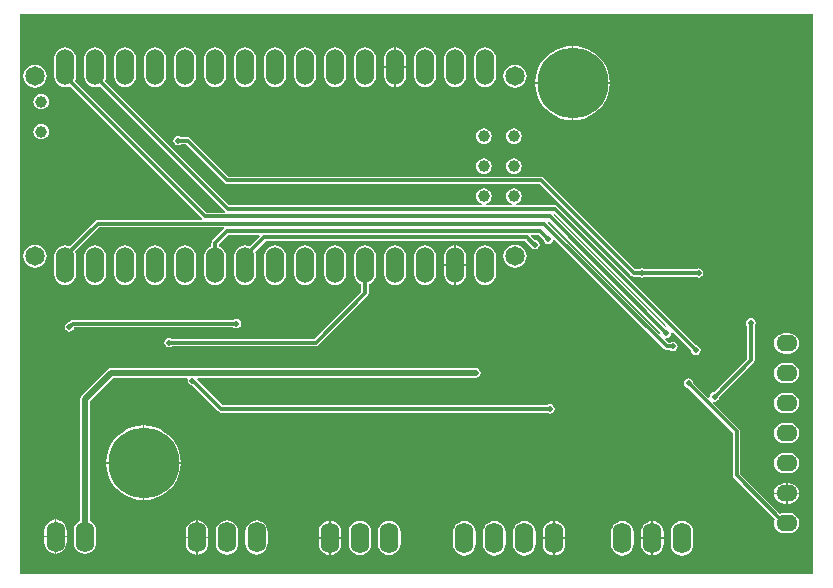
<source format=gbl>
G04*
G04 #@! TF.GenerationSoftware,Altium Limited,Altium Designer,21.6.4 (81)*
G04*
G04 Layer_Physical_Order=2*
G04 Layer_Color=16711680*
%FSLAX44Y44*%
%MOMM*%
G71*
G04*
G04 #@! TF.SameCoordinates,26D0E7B3-AAE4-4812-B184-49AD84F33247*
G04*
G04*
G04 #@! TF.FilePolarity,Positive*
G04*
G01*
G75*
%ADD40C,6.0000*%
%ADD41C,0.3000*%
%ADD42C,0.5000*%
%ADD43O,1.8000X1.4000*%
%ADD44O,1.5240X3.0480*%
%ADD45C,1.6510*%
%ADD46C,1.0000*%
%ADD47O,1.6000X2.6000*%
%ADD48C,0.5000*%
G36*
X673451Y475451D02*
X673451Y1549D01*
X1549Y1549D01*
X1549Y475451D01*
X673451Y475451D01*
D02*
G37*
%LPC*%
G36*
X319950Y447340D02*
Y431370D01*
X328399D01*
Y438240D01*
X328085Y440621D01*
X327166Y442839D01*
X325704Y444744D01*
X323799Y446206D01*
X321581Y447125D01*
X319950Y447340D01*
D02*
G37*
G36*
X318450D02*
X316819Y447125D01*
X314601Y446206D01*
X312696Y444744D01*
X311234Y442839D01*
X310315Y440621D01*
X310001Y438240D01*
Y431370D01*
X318450D01*
Y447340D01*
D02*
G37*
G36*
X470250Y448788D02*
Y418000D01*
X501038D01*
X500708Y422193D01*
X499551Y427014D01*
X497654Y431595D01*
X495063Y435822D01*
X491843Y439593D01*
X488073Y442813D01*
X483845Y445404D01*
X479264Y447301D01*
X474443Y448458D01*
X470250Y448788D01*
D02*
G37*
G36*
X468750D02*
X464557Y448458D01*
X459736Y447301D01*
X455155Y445404D01*
X450928Y442813D01*
X447157Y439593D01*
X443937Y435822D01*
X441347Y431595D01*
X439449Y427014D01*
X438292Y422193D01*
X437962Y418000D01*
X468750D01*
Y448788D01*
D02*
G37*
G36*
X328399Y429870D02*
X319950D01*
Y413900D01*
X321581Y414115D01*
X323799Y415034D01*
X325704Y416496D01*
X327166Y418401D01*
X328085Y420619D01*
X328399Y423000D01*
Y429870D01*
D02*
G37*
G36*
X318450D02*
X310001D01*
Y423000D01*
X310315Y420619D01*
X311234Y418401D01*
X312696Y416496D01*
X314601Y415034D01*
X316819Y414115D01*
X318450Y413900D01*
Y429870D01*
D02*
G37*
G36*
X395400Y447439D02*
X393019Y447125D01*
X390801Y446206D01*
X388895Y444744D01*
X387434Y442839D01*
X386515Y440621D01*
X386201Y438240D01*
Y423000D01*
X386515Y420619D01*
X387434Y418401D01*
X388895Y416496D01*
X390801Y415034D01*
X393019Y414115D01*
X395400Y413801D01*
X397781Y414115D01*
X399999Y415034D01*
X401904Y416496D01*
X403366Y418401D01*
X404285Y420619D01*
X404599Y423000D01*
Y438240D01*
X404285Y440621D01*
X403366Y442839D01*
X401904Y444744D01*
X399999Y446206D01*
X397781Y447125D01*
X395400Y447439D01*
D02*
G37*
G36*
X370000D02*
X367619Y447125D01*
X365401Y446206D01*
X363495Y444744D01*
X362034Y442839D01*
X361115Y440621D01*
X360801Y438240D01*
Y423000D01*
X361115Y420619D01*
X362034Y418401D01*
X363495Y416496D01*
X365401Y415034D01*
X367619Y414115D01*
X370000Y413801D01*
X372381Y414115D01*
X374599Y415034D01*
X376505Y416496D01*
X377966Y418401D01*
X378885Y420619D01*
X379199Y423000D01*
Y438240D01*
X378885Y440621D01*
X377966Y442839D01*
X376505Y444744D01*
X374599Y446206D01*
X372381Y447125D01*
X370000Y447439D01*
D02*
G37*
G36*
X344600D02*
X342219Y447125D01*
X340001Y446206D01*
X338096Y444744D01*
X336634Y442839D01*
X335715Y440621D01*
X335401Y438240D01*
Y423000D01*
X335715Y420619D01*
X336634Y418401D01*
X338096Y416496D01*
X340001Y415034D01*
X342219Y414115D01*
X344600Y413801D01*
X346981Y414115D01*
X349199Y415034D01*
X351105Y416496D01*
X352566Y418401D01*
X353485Y420619D01*
X353799Y423000D01*
Y438240D01*
X353485Y440621D01*
X352566Y442839D01*
X351105Y444744D01*
X349199Y446206D01*
X346981Y447125D01*
X344600Y447439D01*
D02*
G37*
G36*
X293800D02*
X291419Y447125D01*
X289201Y446206D01*
X287295Y444744D01*
X285834Y442839D01*
X284915Y440621D01*
X284601Y438240D01*
Y423000D01*
X284915Y420619D01*
X285834Y418401D01*
X287295Y416496D01*
X289201Y415034D01*
X291419Y414115D01*
X293800Y413801D01*
X296181Y414115D01*
X298399Y415034D01*
X300305Y416496D01*
X301766Y418401D01*
X302685Y420619D01*
X302999Y423000D01*
Y438240D01*
X302685Y440621D01*
X301766Y442839D01*
X300305Y444744D01*
X298399Y446206D01*
X296181Y447125D01*
X293800Y447439D01*
D02*
G37*
G36*
X268400D02*
X266019Y447125D01*
X263801Y446206D01*
X261896Y444744D01*
X260434Y442839D01*
X259515Y440621D01*
X259201Y438240D01*
Y423000D01*
X259515Y420619D01*
X260434Y418401D01*
X261896Y416496D01*
X263801Y415034D01*
X266019Y414115D01*
X268400Y413801D01*
X270781Y414115D01*
X272999Y415034D01*
X274904Y416496D01*
X276366Y418401D01*
X277285Y420619D01*
X277599Y423000D01*
Y438240D01*
X277285Y440621D01*
X276366Y442839D01*
X274904Y444744D01*
X272999Y446206D01*
X270781Y447125D01*
X268400Y447439D01*
D02*
G37*
G36*
X243000D02*
X240619Y447125D01*
X238401Y446206D01*
X236495Y444744D01*
X235034Y442839D01*
X234115Y440621D01*
X233801Y438240D01*
Y423000D01*
X234115Y420619D01*
X235034Y418401D01*
X236495Y416496D01*
X238401Y415034D01*
X240619Y414115D01*
X243000Y413801D01*
X245381Y414115D01*
X247599Y415034D01*
X249505Y416496D01*
X250966Y418401D01*
X251885Y420619D01*
X252199Y423000D01*
Y438240D01*
X251885Y440621D01*
X250966Y442839D01*
X249505Y444744D01*
X247599Y446206D01*
X245381Y447125D01*
X243000Y447439D01*
D02*
G37*
G36*
X217600D02*
X215219Y447125D01*
X213001Y446206D01*
X211096Y444744D01*
X209634Y442839D01*
X208715Y440621D01*
X208401Y438240D01*
Y423000D01*
X208715Y420619D01*
X209634Y418401D01*
X211096Y416496D01*
X213001Y415034D01*
X215219Y414115D01*
X217600Y413801D01*
X219981Y414115D01*
X222199Y415034D01*
X224104Y416496D01*
X225566Y418401D01*
X226485Y420619D01*
X226799Y423000D01*
Y438240D01*
X226485Y440621D01*
X225566Y442839D01*
X224104Y444744D01*
X222199Y446206D01*
X219981Y447125D01*
X217600Y447439D01*
D02*
G37*
G36*
X192200D02*
X189819Y447125D01*
X187601Y446206D01*
X185695Y444744D01*
X184234Y442839D01*
X183315Y440621D01*
X183001Y438240D01*
Y423000D01*
X183315Y420619D01*
X184234Y418401D01*
X185695Y416496D01*
X187601Y415034D01*
X189819Y414115D01*
X192200Y413801D01*
X194581Y414115D01*
X196799Y415034D01*
X198704Y416496D01*
X200166Y418401D01*
X201085Y420619D01*
X201399Y423000D01*
Y438240D01*
X201085Y440621D01*
X200166Y442839D01*
X198704Y444744D01*
X196799Y446206D01*
X194581Y447125D01*
X192200Y447439D01*
D02*
G37*
G36*
X166800D02*
X164419Y447125D01*
X162201Y446206D01*
X160296Y444744D01*
X158834Y442839D01*
X157915Y440621D01*
X157601Y438240D01*
Y423000D01*
X157915Y420619D01*
X158834Y418401D01*
X160296Y416496D01*
X162201Y415034D01*
X164419Y414115D01*
X166800Y413801D01*
X169181Y414115D01*
X171399Y415034D01*
X173305Y416496D01*
X174766Y418401D01*
X175685Y420619D01*
X175999Y423000D01*
Y438240D01*
X175685Y440621D01*
X174766Y442839D01*
X173305Y444744D01*
X171399Y446206D01*
X169181Y447125D01*
X166800Y447439D01*
D02*
G37*
G36*
X141400D02*
X139019Y447125D01*
X136801Y446206D01*
X134895Y444744D01*
X133434Y442839D01*
X132515Y440621D01*
X132201Y438240D01*
Y423000D01*
X132515Y420619D01*
X133434Y418401D01*
X134895Y416496D01*
X136801Y415034D01*
X139019Y414115D01*
X141400Y413801D01*
X143781Y414115D01*
X145999Y415034D01*
X147905Y416496D01*
X149366Y418401D01*
X150285Y420619D01*
X150599Y423000D01*
Y438240D01*
X150285Y440621D01*
X149366Y442839D01*
X147905Y444744D01*
X145999Y446206D01*
X143781Y447125D01*
X141400Y447439D01*
D02*
G37*
G36*
X116000D02*
X113619Y447125D01*
X111401Y446206D01*
X109495Y444744D01*
X108034Y442839D01*
X107115Y440621D01*
X106801Y438240D01*
Y423000D01*
X107115Y420619D01*
X108034Y418401D01*
X109495Y416496D01*
X111401Y415034D01*
X113619Y414115D01*
X116000Y413801D01*
X118381Y414115D01*
X120599Y415034D01*
X122505Y416496D01*
X123966Y418401D01*
X124885Y420619D01*
X125199Y423000D01*
Y438240D01*
X124885Y440621D01*
X123966Y442839D01*
X122505Y444744D01*
X120599Y446206D01*
X118381Y447125D01*
X116000Y447439D01*
D02*
G37*
G36*
X90600D02*
X88219Y447125D01*
X86001Y446206D01*
X84095Y444744D01*
X82634Y442839D01*
X81715Y440621D01*
X81401Y438240D01*
Y423000D01*
X81715Y420619D01*
X82634Y418401D01*
X84095Y416496D01*
X86001Y415034D01*
X88219Y414115D01*
X90600Y413801D01*
X92981Y414115D01*
X95199Y415034D01*
X97105Y416496D01*
X98566Y418401D01*
X99485Y420619D01*
X99799Y423000D01*
Y438240D01*
X99485Y440621D01*
X98566Y442839D01*
X97105Y444744D01*
X95199Y446206D01*
X92981Y447125D01*
X90600Y447439D01*
D02*
G37*
G36*
X420800Y432839D02*
X418253Y432504D01*
X415880Y431521D01*
X413843Y429957D01*
X412279Y427920D01*
X411296Y425546D01*
X410961Y423000D01*
X411296Y420453D01*
X412279Y418080D01*
X413843Y416043D01*
X415880Y414479D01*
X418253Y413496D01*
X420800Y413161D01*
X423346Y413496D01*
X425720Y414479D01*
X427757Y416043D01*
X429321Y418080D01*
X430304Y420453D01*
X430639Y423000D01*
X430304Y425546D01*
X429321Y427920D01*
X427757Y429957D01*
X425720Y431521D01*
X423346Y432504D01*
X420800Y432839D01*
D02*
G37*
G36*
X14400D02*
X11853Y432504D01*
X9480Y431521D01*
X7443Y429957D01*
X5879Y427920D01*
X4896Y425546D01*
X4561Y423000D01*
X4896Y420453D01*
X5879Y418080D01*
X7443Y416043D01*
X9480Y414479D01*
X11853Y413496D01*
X14400Y413161D01*
X16947Y413496D01*
X19320Y414479D01*
X21357Y416043D01*
X22921Y418080D01*
X23904Y420453D01*
X24239Y423000D01*
X23904Y425546D01*
X22921Y427920D01*
X21357Y429957D01*
X19320Y431521D01*
X16947Y432504D01*
X14400Y432839D01*
D02*
G37*
G36*
X19480Y407966D02*
X17783Y407743D01*
X16202Y407088D01*
X14844Y406046D01*
X13802Y404688D01*
X13147Y403107D01*
X12924Y401410D01*
X13147Y399713D01*
X13802Y398132D01*
X14844Y396774D01*
X16202Y395732D01*
X17783Y395077D01*
X19480Y394854D01*
X21177Y395077D01*
X22758Y395732D01*
X24116Y396774D01*
X25158Y398132D01*
X25813Y399713D01*
X26036Y401410D01*
X25813Y403107D01*
X25158Y404688D01*
X24116Y406046D01*
X22758Y407088D01*
X21177Y407743D01*
X19480Y407966D01*
D02*
G37*
G36*
X501038Y416500D02*
X470250D01*
Y385712D01*
X474443Y386042D01*
X479264Y387199D01*
X483845Y389096D01*
X488073Y391687D01*
X491843Y394907D01*
X495063Y398677D01*
X497654Y402905D01*
X499551Y407486D01*
X500708Y412307D01*
X501038Y416500D01*
D02*
G37*
G36*
X468750D02*
X437962D01*
X438292Y412307D01*
X439449Y407486D01*
X441347Y402905D01*
X443937Y398677D01*
X447157Y394907D01*
X450928Y391687D01*
X455155Y389096D01*
X459736Y387199D01*
X464557Y386042D01*
X468750Y385712D01*
Y416500D01*
D02*
G37*
G36*
X19480Y382566D02*
X17783Y382343D01*
X16202Y381688D01*
X14844Y380646D01*
X13802Y379288D01*
X13147Y377707D01*
X12924Y376010D01*
X13147Y374313D01*
X13802Y372732D01*
X14844Y371374D01*
X16202Y370332D01*
X17783Y369677D01*
X19480Y369454D01*
X21177Y369677D01*
X22758Y370332D01*
X24116Y371374D01*
X25158Y372732D01*
X25813Y374313D01*
X26036Y376010D01*
X25813Y377707D01*
X25158Y379288D01*
X24116Y380646D01*
X22758Y381688D01*
X21177Y382343D01*
X19480Y382566D01*
D02*
G37*
G36*
X419780Y378756D02*
X418083Y378533D01*
X416502Y377878D01*
X415144Y376836D01*
X414102Y375478D01*
X413447Y373897D01*
X413224Y372200D01*
X413447Y370503D01*
X414102Y368922D01*
X415144Y367564D01*
X416502Y366522D01*
X418083Y365867D01*
X419780Y365644D01*
X421477Y365867D01*
X423058Y366522D01*
X424416Y367564D01*
X425458Y368922D01*
X426113Y370503D01*
X426336Y372200D01*
X426113Y373897D01*
X425458Y375478D01*
X424416Y376836D01*
X423058Y377878D01*
X421477Y378533D01*
X419780Y378756D01*
D02*
G37*
G36*
X394380D02*
X392683Y378533D01*
X391102Y377878D01*
X389744Y376836D01*
X388702Y375478D01*
X388047Y373897D01*
X387824Y372200D01*
X388047Y370503D01*
X388702Y368922D01*
X389744Y367564D01*
X391102Y366522D01*
X392683Y365867D01*
X394380Y365644D01*
X396077Y365867D01*
X397658Y366522D01*
X399016Y367564D01*
X400058Y368922D01*
X400713Y370503D01*
X400936Y372200D01*
X400713Y373897D01*
X400058Y375478D01*
X399016Y376836D01*
X397658Y377878D01*
X396077Y378533D01*
X394380Y378756D01*
D02*
G37*
G36*
X419780Y353356D02*
X418083Y353133D01*
X416502Y352478D01*
X415144Y351436D01*
X414102Y350078D01*
X413447Y348497D01*
X413224Y346800D01*
X413447Y345103D01*
X414102Y343522D01*
X415144Y342164D01*
X416502Y341122D01*
X418083Y340467D01*
X419780Y340244D01*
X421477Y340467D01*
X423058Y341122D01*
X424416Y342164D01*
X425458Y343522D01*
X426113Y345103D01*
X426336Y346800D01*
X426113Y348497D01*
X425458Y350078D01*
X424416Y351436D01*
X423058Y352478D01*
X421477Y353133D01*
X419780Y353356D01*
D02*
G37*
G36*
X394380D02*
X392683Y353133D01*
X391102Y352478D01*
X389744Y351436D01*
X388702Y350078D01*
X388047Y348497D01*
X387824Y346800D01*
X388047Y345103D01*
X388702Y343522D01*
X389744Y342164D01*
X391102Y341122D01*
X392683Y340467D01*
X394380Y340244D01*
X396077Y340467D01*
X397658Y341122D01*
X399016Y342164D01*
X400058Y343522D01*
X400713Y345103D01*
X400936Y346800D01*
X400713Y348497D01*
X400058Y350078D01*
X399016Y351436D01*
X397658Y352478D01*
X396077Y353133D01*
X394380Y353356D01*
D02*
G37*
G36*
X65200Y447439D02*
X62819Y447125D01*
X60601Y446206D01*
X58696Y444744D01*
X57234Y442839D01*
X56315Y440621D01*
X56001Y438240D01*
Y423000D01*
X56315Y420619D01*
X57234Y418401D01*
X58696Y416496D01*
X60601Y415034D01*
X62819Y414115D01*
X65200Y413801D01*
X67581Y414115D01*
X69121Y414753D01*
X175287Y308587D01*
X175287Y308587D01*
X175300Y308579D01*
X174914Y307309D01*
X159817D01*
X48047Y419079D01*
X48685Y420619D01*
X48999Y423000D01*
Y438240D01*
X48685Y440621D01*
X47766Y442839D01*
X46304Y444744D01*
X44399Y446206D01*
X42181Y447125D01*
X39800Y447439D01*
X37419Y447125D01*
X35201Y446206D01*
X33296Y444744D01*
X31834Y442839D01*
X30915Y440621D01*
X30601Y438240D01*
Y423000D01*
X30915Y420619D01*
X31834Y418401D01*
X33296Y416496D01*
X35201Y415034D01*
X37419Y414115D01*
X39800Y413801D01*
X42181Y414115D01*
X43721Y414753D01*
X155895Y302579D01*
X155369Y301309D01*
X67450D01*
X67450Y301309D01*
X66280Y301076D01*
X65287Y300413D01*
X43721Y278847D01*
X42181Y279485D01*
X39800Y279799D01*
X37419Y279485D01*
X35201Y278566D01*
X33296Y277104D01*
X31834Y275199D01*
X30915Y272981D01*
X30601Y270600D01*
Y255360D01*
X30915Y252979D01*
X31834Y250761D01*
X33296Y248855D01*
X35201Y247394D01*
X37419Y246475D01*
X39800Y246161D01*
X42181Y246475D01*
X44399Y247394D01*
X46304Y248855D01*
X47766Y250761D01*
X48685Y252979D01*
X48999Y255360D01*
Y270600D01*
X48685Y272981D01*
X48047Y274521D01*
X68717Y295191D01*
X174058D01*
X174286Y294868D01*
X174541Y293921D01*
X164637Y284018D01*
X163974Y283025D01*
X163741Y281855D01*
X163741Y281855D01*
Y279204D01*
X162201Y278566D01*
X160296Y277104D01*
X158834Y275199D01*
X157915Y272981D01*
X157601Y270600D01*
Y255360D01*
X157915Y252979D01*
X158834Y250761D01*
X160296Y248855D01*
X162201Y247394D01*
X164419Y246475D01*
X166800Y246161D01*
X169181Y246475D01*
X171399Y247394D01*
X173305Y248855D01*
X174766Y250761D01*
X175685Y252979D01*
X175999Y255360D01*
Y270600D01*
X175685Y272981D01*
X174766Y275199D01*
X173305Y277104D01*
X171399Y278566D01*
X169859Y279204D01*
Y280588D01*
X178212Y288941D01*
X204419D01*
X204946Y287671D01*
X196121Y278847D01*
X194581Y279485D01*
X192200Y279799D01*
X189819Y279485D01*
X187601Y278566D01*
X185695Y277104D01*
X184234Y275199D01*
X183315Y272981D01*
X183001Y270600D01*
Y255360D01*
X183315Y252979D01*
X184234Y250761D01*
X185695Y248855D01*
X187601Y247394D01*
X189819Y246475D01*
X192200Y246161D01*
X194581Y246475D01*
X196799Y247394D01*
X198704Y248855D01*
X200166Y250761D01*
X201085Y252979D01*
X201399Y255360D01*
Y270600D01*
X201085Y272981D01*
X200447Y274521D01*
X209617Y283691D01*
X429442D01*
X433617Y279516D01*
X433732Y278939D01*
X434616Y277616D01*
X435939Y276732D01*
X437500Y276422D01*
X439061Y276732D01*
X440384Y277616D01*
X441268Y278939D01*
X441578Y280500D01*
X441268Y282061D01*
X440384Y283384D01*
X439061Y284268D01*
X437500Y284578D01*
X437255Y284530D01*
X434113Y287671D01*
X434639Y288941D01*
X440643D01*
X444801Y284783D01*
X445050Y283531D01*
X445934Y282208D01*
X447257Y281324D01*
X448818Y281014D01*
X450379Y281324D01*
X451702Y282208D01*
X452586Y283531D01*
X452825Y284733D01*
X453827Y285199D01*
X454121Y285233D01*
X547267Y192087D01*
X547267Y192087D01*
X548259Y191424D01*
X549430Y191191D01*
X551808D01*
X552869Y190482D01*
X554430Y190172D01*
X555991Y190482D01*
X557314Y191366D01*
X558198Y192689D01*
X558508Y194250D01*
X558198Y195811D01*
X557314Y197134D01*
X555991Y198018D01*
X554430Y198328D01*
X552869Y198018D01*
X551808Y197309D01*
X550697D01*
X547601Y200405D01*
X548226Y201576D01*
X549000Y201422D01*
X550561Y201732D01*
X551884Y202616D01*
X552768Y203939D01*
X553078Y205500D01*
X553009Y205849D01*
X554179Y206475D01*
X569913Y190741D01*
X570162Y189489D01*
X571046Y188166D01*
X572369Y187282D01*
X573930Y186972D01*
X575491Y187282D01*
X576814Y188166D01*
X577698Y189489D01*
X578008Y191050D01*
X577698Y192611D01*
X576814Y193934D01*
X575491Y194818D01*
X574239Y195067D01*
X456393Y312913D01*
X455401Y313576D01*
X454230Y313809D01*
X454230Y313809D01*
X421644D01*
X421477Y315067D01*
X423058Y315722D01*
X424416Y316764D01*
X425458Y318122D01*
X426113Y319703D01*
X426336Y321400D01*
X426113Y323097D01*
X425458Y324678D01*
X424416Y326036D01*
X423058Y327078D01*
X421477Y327733D01*
X419780Y327956D01*
X418083Y327733D01*
X416502Y327078D01*
X415144Y326036D01*
X414102Y324678D01*
X413447Y323097D01*
X413224Y321400D01*
X413447Y319703D01*
X414102Y318122D01*
X415144Y316764D01*
X416502Y315722D01*
X418083Y315067D01*
X417916Y313809D01*
X396244D01*
X396077Y315067D01*
X397658Y315722D01*
X399016Y316764D01*
X400058Y318122D01*
X400713Y319703D01*
X400936Y321400D01*
X400713Y323097D01*
X400058Y324678D01*
X399016Y326036D01*
X397658Y327078D01*
X396077Y327733D01*
X394380Y327956D01*
X392683Y327733D01*
X391102Y327078D01*
X389744Y326036D01*
X388702Y324678D01*
X388047Y323097D01*
X387824Y321400D01*
X388047Y319703D01*
X388702Y318122D01*
X389744Y316764D01*
X391102Y315722D01*
X392683Y315067D01*
X392516Y313809D01*
X178717D01*
X73447Y419079D01*
X74085Y420619D01*
X74399Y423000D01*
Y438240D01*
X74085Y440621D01*
X73166Y442839D01*
X71705Y444744D01*
X69799Y446206D01*
X67581Y447125D01*
X65200Y447439D01*
D02*
G37*
G36*
X370750Y279700D02*
Y263730D01*
X379199D01*
Y270600D01*
X378885Y272981D01*
X377966Y275199D01*
X376505Y277104D01*
X374599Y278566D01*
X372381Y279485D01*
X370750Y279700D01*
D02*
G37*
G36*
X369250D02*
X367619Y279485D01*
X365401Y278566D01*
X363495Y277104D01*
X362034Y275199D01*
X361115Y272981D01*
X360801Y270600D01*
Y263730D01*
X369250D01*
Y279700D01*
D02*
G37*
G36*
X420800Y280439D02*
X418253Y280104D01*
X415880Y279121D01*
X413843Y277557D01*
X412279Y275520D01*
X411296Y273146D01*
X410961Y270600D01*
X411296Y268053D01*
X412279Y265680D01*
X413843Y263643D01*
X415880Y262079D01*
X418253Y261096D01*
X420800Y260761D01*
X423346Y261096D01*
X425720Y262079D01*
X427757Y263643D01*
X429321Y265680D01*
X430304Y268053D01*
X430639Y270600D01*
X430304Y273146D01*
X429321Y275520D01*
X427757Y277557D01*
X425720Y279121D01*
X423346Y280104D01*
X420800Y280439D01*
D02*
G37*
G36*
X14400D02*
X11853Y280104D01*
X9480Y279121D01*
X7443Y277557D01*
X5879Y275520D01*
X4896Y273146D01*
X4561Y270600D01*
X4896Y268053D01*
X5879Y265680D01*
X7443Y263643D01*
X9480Y262079D01*
X11853Y261096D01*
X14400Y260761D01*
X16947Y261096D01*
X19320Y262079D01*
X21357Y263643D01*
X22921Y265680D01*
X23904Y268053D01*
X24239Y270600D01*
X23904Y273146D01*
X22921Y275520D01*
X21357Y277557D01*
X19320Y279121D01*
X16947Y280104D01*
X14400Y280439D01*
D02*
G37*
G36*
X135500Y372578D02*
X133939Y372268D01*
X132616Y371384D01*
X131732Y370061D01*
X131422Y368500D01*
X131732Y366939D01*
X132616Y365616D01*
X133939Y364732D01*
X135500Y364422D01*
X137061Y364732D01*
X138122Y365441D01*
X142233D01*
X175087Y332587D01*
X176080Y331924D01*
X177250Y331691D01*
X441733D01*
X519188Y254236D01*
X520181Y253573D01*
X521351Y253340D01*
X521351Y253340D01*
X525808D01*
X526869Y252631D01*
X528430Y252320D01*
X529991Y252631D01*
X531052Y253340D01*
X573602D01*
X574663Y252631D01*
X576224Y252320D01*
X577785Y252631D01*
X579108Y253515D01*
X579992Y254838D01*
X580302Y256399D01*
X579992Y257960D01*
X579108Y259283D01*
X577785Y260167D01*
X576224Y260477D01*
X574663Y260167D01*
X573602Y259458D01*
X531052D01*
X529991Y260167D01*
X528430Y260477D01*
X526869Y260167D01*
X525808Y259458D01*
X522618D01*
X445163Y336913D01*
X444170Y337576D01*
X443000Y337809D01*
X443000Y337809D01*
X178517D01*
X145663Y370663D01*
X144671Y371326D01*
X143500Y371559D01*
X143500Y371559D01*
X138122D01*
X137061Y372268D01*
X135500Y372578D01*
D02*
G37*
G36*
X379199Y262230D02*
X370750D01*
Y246260D01*
X372381Y246475D01*
X374599Y247394D01*
X376505Y248855D01*
X377966Y250761D01*
X378885Y252979D01*
X379199Y255360D01*
Y262230D01*
D02*
G37*
G36*
X369250D02*
X360801D01*
Y255360D01*
X361115Y252979D01*
X362034Y250761D01*
X363495Y248855D01*
X365401Y247394D01*
X367619Y246475D01*
X369250Y246260D01*
Y262230D01*
D02*
G37*
G36*
X395400Y279799D02*
X393019Y279485D01*
X390801Y278566D01*
X388895Y277104D01*
X387434Y275199D01*
X386515Y272981D01*
X386201Y270600D01*
Y255360D01*
X386515Y252979D01*
X387434Y250761D01*
X388895Y248855D01*
X390801Y247394D01*
X393019Y246475D01*
X395400Y246161D01*
X397781Y246475D01*
X399999Y247394D01*
X401904Y248855D01*
X403366Y250761D01*
X404285Y252979D01*
X404599Y255360D01*
Y270600D01*
X404285Y272981D01*
X403366Y275199D01*
X401904Y277104D01*
X399999Y278566D01*
X397781Y279485D01*
X395400Y279799D01*
D02*
G37*
G36*
X344600D02*
X342219Y279485D01*
X340001Y278566D01*
X338096Y277104D01*
X336634Y275199D01*
X335715Y272981D01*
X335401Y270600D01*
Y255360D01*
X335715Y252979D01*
X336634Y250761D01*
X338096Y248855D01*
X340001Y247394D01*
X342219Y246475D01*
X344600Y246161D01*
X346981Y246475D01*
X349199Y247394D01*
X351105Y248855D01*
X352566Y250761D01*
X353485Y252979D01*
X353799Y255360D01*
Y270600D01*
X353485Y272981D01*
X352566Y275199D01*
X351105Y277104D01*
X349199Y278566D01*
X346981Y279485D01*
X344600Y279799D01*
D02*
G37*
G36*
X319200D02*
X316819Y279485D01*
X314601Y278566D01*
X312696Y277104D01*
X311234Y275199D01*
X310315Y272981D01*
X310001Y270600D01*
Y255360D01*
X310315Y252979D01*
X311234Y250761D01*
X312696Y248855D01*
X314601Y247394D01*
X316819Y246475D01*
X319200Y246161D01*
X321581Y246475D01*
X323799Y247394D01*
X325704Y248855D01*
X327166Y250761D01*
X328085Y252979D01*
X328399Y255360D01*
Y270600D01*
X328085Y272981D01*
X327166Y275199D01*
X325704Y277104D01*
X323799Y278566D01*
X321581Y279485D01*
X319200Y279799D01*
D02*
G37*
G36*
X268400D02*
X266019Y279485D01*
X263801Y278566D01*
X261896Y277104D01*
X260434Y275199D01*
X259515Y272981D01*
X259201Y270600D01*
Y255360D01*
X259515Y252979D01*
X260434Y250761D01*
X261896Y248855D01*
X263801Y247394D01*
X266019Y246475D01*
X268400Y246161D01*
X270781Y246475D01*
X272999Y247394D01*
X274904Y248855D01*
X276366Y250761D01*
X277285Y252979D01*
X277599Y255360D01*
Y270600D01*
X277285Y272981D01*
X276366Y275199D01*
X274904Y277104D01*
X272999Y278566D01*
X270781Y279485D01*
X268400Y279799D01*
D02*
G37*
G36*
X243000D02*
X240619Y279485D01*
X238401Y278566D01*
X236495Y277104D01*
X235034Y275199D01*
X234115Y272981D01*
X233801Y270600D01*
Y255360D01*
X234115Y252979D01*
X235034Y250761D01*
X236495Y248855D01*
X238401Y247394D01*
X240619Y246475D01*
X243000Y246161D01*
X245381Y246475D01*
X247599Y247394D01*
X249505Y248855D01*
X250966Y250761D01*
X251885Y252979D01*
X252199Y255360D01*
Y270600D01*
X251885Y272981D01*
X250966Y275199D01*
X249505Y277104D01*
X247599Y278566D01*
X245381Y279485D01*
X243000Y279799D01*
D02*
G37*
G36*
X217600D02*
X215219Y279485D01*
X213001Y278566D01*
X211096Y277104D01*
X209634Y275199D01*
X208715Y272981D01*
X208401Y270600D01*
Y255360D01*
X208715Y252979D01*
X209634Y250761D01*
X211096Y248855D01*
X213001Y247394D01*
X215219Y246475D01*
X217600Y246161D01*
X219981Y246475D01*
X222199Y247394D01*
X224104Y248855D01*
X225566Y250761D01*
X226485Y252979D01*
X226799Y255360D01*
Y270600D01*
X226485Y272981D01*
X225566Y275199D01*
X224104Y277104D01*
X222199Y278566D01*
X219981Y279485D01*
X217600Y279799D01*
D02*
G37*
G36*
X141400D02*
X139019Y279485D01*
X136801Y278566D01*
X134895Y277104D01*
X133434Y275199D01*
X132515Y272981D01*
X132201Y270600D01*
Y255360D01*
X132515Y252979D01*
X133434Y250761D01*
X134895Y248855D01*
X136801Y247394D01*
X139019Y246475D01*
X141400Y246161D01*
X143781Y246475D01*
X145999Y247394D01*
X147905Y248855D01*
X149366Y250761D01*
X150285Y252979D01*
X150599Y255360D01*
Y270600D01*
X150285Y272981D01*
X149366Y275199D01*
X147905Y277104D01*
X145999Y278566D01*
X143781Y279485D01*
X141400Y279799D01*
D02*
G37*
G36*
X116000D02*
X113619Y279485D01*
X111401Y278566D01*
X109495Y277104D01*
X108034Y275199D01*
X107115Y272981D01*
X106801Y270600D01*
Y255360D01*
X107115Y252979D01*
X108034Y250761D01*
X109495Y248855D01*
X111401Y247394D01*
X113619Y246475D01*
X116000Y246161D01*
X118381Y246475D01*
X120599Y247394D01*
X122505Y248855D01*
X123966Y250761D01*
X124885Y252979D01*
X125199Y255360D01*
Y270600D01*
X124885Y272981D01*
X123966Y275199D01*
X122505Y277104D01*
X120599Y278566D01*
X118381Y279485D01*
X116000Y279799D01*
D02*
G37*
G36*
X90600D02*
X88219Y279485D01*
X86001Y278566D01*
X84095Y277104D01*
X82634Y275199D01*
X81715Y272981D01*
X81401Y270600D01*
Y255360D01*
X81715Y252979D01*
X82634Y250761D01*
X84095Y248855D01*
X86001Y247394D01*
X88219Y246475D01*
X90600Y246161D01*
X92981Y246475D01*
X95199Y247394D01*
X97105Y248855D01*
X98566Y250761D01*
X99485Y252979D01*
X99799Y255360D01*
Y270600D01*
X99485Y272981D01*
X98566Y275199D01*
X97105Y277104D01*
X95199Y278566D01*
X92981Y279485D01*
X90600Y279799D01*
D02*
G37*
G36*
X65200D02*
X62819Y279485D01*
X60601Y278566D01*
X58696Y277104D01*
X57234Y275199D01*
X56315Y272981D01*
X56001Y270600D01*
Y255360D01*
X56315Y252979D01*
X57234Y250761D01*
X58696Y248855D01*
X60601Y247394D01*
X62819Y246475D01*
X65200Y246161D01*
X67581Y246475D01*
X69799Y247394D01*
X71705Y248855D01*
X73166Y250761D01*
X74085Y252979D01*
X74399Y255360D01*
Y270600D01*
X74085Y272981D01*
X73166Y275199D01*
X71705Y277104D01*
X69799Y278566D01*
X67581Y279485D01*
X65200Y279799D01*
D02*
G37*
G36*
X184750Y217578D02*
X183189Y217268D01*
X182128Y216559D01*
X46250D01*
X45079Y216326D01*
X44087Y215663D01*
X43191Y214767D01*
X41939Y214518D01*
X40616Y213634D01*
X39732Y212311D01*
X39422Y210750D01*
X39732Y209189D01*
X40616Y207866D01*
X41939Y206982D01*
X43500Y206672D01*
X45061Y206982D01*
X46384Y207866D01*
X47268Y209189D01*
X47517Y210441D01*
X47517Y210441D01*
X182128D01*
X183189Y209732D01*
X184750Y209422D01*
X186311Y209732D01*
X187634Y210616D01*
X188518Y211939D01*
X188828Y213500D01*
X188518Y215061D01*
X187634Y216384D01*
X186311Y217268D01*
X184750Y217578D01*
D02*
G37*
G36*
X293800Y279799D02*
X291419Y279485D01*
X289201Y278566D01*
X287295Y277104D01*
X285834Y275199D01*
X284915Y272981D01*
X284601Y270600D01*
Y255360D01*
X284915Y252979D01*
X285834Y250761D01*
X287295Y248855D01*
X289201Y247394D01*
X290741Y246756D01*
Y240373D01*
X250893Y200525D01*
X130566D01*
X129505Y201234D01*
X127944Y201544D01*
X126383Y201234D01*
X125060Y200350D01*
X124176Y199027D01*
X123866Y197466D01*
X124176Y195905D01*
X125060Y194582D01*
X126383Y193698D01*
X127944Y193388D01*
X129505Y193698D01*
X130566Y194407D01*
X252160D01*
X252160Y194407D01*
X253330Y194640D01*
X254323Y195303D01*
X295963Y236943D01*
X295963Y236943D01*
X296626Y237936D01*
X296859Y239106D01*
X296859Y239106D01*
Y246756D01*
X298399Y247394D01*
X300305Y248855D01*
X301766Y250761D01*
X302685Y252979D01*
X302999Y255360D01*
Y270600D01*
X302685Y272981D01*
X301766Y275199D01*
X300305Y277104D01*
X298399Y278566D01*
X296181Y279485D01*
X293800Y279799D01*
D02*
G37*
G36*
X652750Y205373D02*
X648750D01*
X646531Y205081D01*
X644463Y204225D01*
X642688Y202862D01*
X641325Y201087D01*
X640469Y199019D01*
X640177Y196800D01*
X640469Y194581D01*
X641325Y192513D01*
X642688Y190738D01*
X644463Y189375D01*
X646531Y188519D01*
X648750Y188227D01*
X652750D01*
X654969Y188519D01*
X657037Y189375D01*
X658812Y190738D01*
X660175Y192513D01*
X661031Y194581D01*
X661323Y196800D01*
X661031Y199019D01*
X660175Y201087D01*
X658812Y202862D01*
X657037Y204225D01*
X654969Y205081D01*
X652750Y205373D01*
D02*
G37*
G36*
Y180373D02*
X648750D01*
X646531Y180081D01*
X644463Y179225D01*
X642688Y177862D01*
X641325Y176087D01*
X640469Y174019D01*
X640177Y171800D01*
X640469Y169581D01*
X641325Y167513D01*
X642688Y165738D01*
X644463Y164375D01*
X646531Y163519D01*
X648750Y163227D01*
X652750D01*
X654969Y163519D01*
X657037Y164375D01*
X658812Y165738D01*
X660175Y167513D01*
X661031Y169581D01*
X661323Y171800D01*
X661031Y174019D01*
X660175Y176087D01*
X658812Y177862D01*
X657037Y179225D01*
X654969Y180081D01*
X652750Y180373D01*
D02*
G37*
G36*
X620538Y218400D02*
X618977Y218090D01*
X617654Y217206D01*
X616770Y215883D01*
X616460Y214322D01*
X616770Y212761D01*
X617479Y211700D01*
Y183700D01*
X589434Y155655D01*
X588182Y155406D01*
X586859Y154522D01*
X585975Y153199D01*
X585664Y151638D01*
X585766Y151123D01*
X584596Y150498D01*
X571785Y163309D01*
X571536Y164561D01*
X570652Y165884D01*
X569329Y166768D01*
X567768Y167078D01*
X566207Y166768D01*
X564884Y165884D01*
X564000Y164561D01*
X563690Y163000D01*
X564000Y161439D01*
X564884Y160116D01*
X566207Y159232D01*
X567459Y158983D01*
X605441Y121001D01*
Y85050D01*
X605441Y85050D01*
X605674Y83879D01*
X606337Y82887D01*
X640977Y48247D01*
X640469Y47019D01*
X640177Y44800D01*
X640469Y42581D01*
X641325Y40513D01*
X642688Y38738D01*
X644463Y37375D01*
X646531Y36519D01*
X648750Y36227D01*
X652750D01*
X654969Y36519D01*
X657037Y37375D01*
X658812Y38738D01*
X660175Y40513D01*
X661031Y42581D01*
X661323Y44800D01*
X661031Y47019D01*
X660175Y49087D01*
X658812Y50862D01*
X657037Y52225D01*
X654969Y53081D01*
X652750Y53373D01*
X648750D01*
X646531Y53081D01*
X645303Y52573D01*
X611559Y86317D01*
Y122268D01*
X611326Y123439D01*
X610663Y124431D01*
X610663Y124431D01*
X588602Y146492D01*
X589228Y147662D01*
X589743Y147560D01*
X591303Y147870D01*
X592626Y148754D01*
X593510Y150077D01*
X593759Y151329D01*
X622701Y180271D01*
X622701Y180271D01*
X623364Y181263D01*
X623597Y182433D01*
X623597Y182434D01*
Y211700D01*
X624306Y212761D01*
X624616Y214322D01*
X624306Y215883D01*
X623422Y217206D01*
X622099Y218090D01*
X620538Y218400D01*
D02*
G37*
G36*
X652750Y154973D02*
X648750D01*
X646531Y154681D01*
X644463Y153825D01*
X642688Y152462D01*
X641325Y150687D01*
X640469Y148619D01*
X640177Y146400D01*
X640469Y144181D01*
X641325Y142113D01*
X642688Y140338D01*
X644463Y138975D01*
X646531Y138119D01*
X648750Y137827D01*
X652750D01*
X654969Y138119D01*
X657037Y138975D01*
X658812Y140338D01*
X660175Y142113D01*
X661031Y144181D01*
X661323Y146400D01*
X661031Y148619D01*
X660175Y150687D01*
X658812Y152462D01*
X657037Y153825D01*
X654969Y154681D01*
X652750Y154973D01*
D02*
G37*
G36*
X78490Y175878D02*
X76929Y175568D01*
X75606Y174684D01*
X53866Y152944D01*
X52982Y151621D01*
X52672Y150060D01*
X52672Y150060D01*
Y46867D01*
X51959Y46572D01*
X49975Y45050D01*
X48452Y43065D01*
X47495Y40754D01*
X47168Y38274D01*
Y28274D01*
X47495Y25794D01*
X48452Y23483D01*
X49975Y21498D01*
X51959Y19976D01*
X54270Y19018D01*
X56750Y18692D01*
X59230Y19018D01*
X61541Y19976D01*
X63526Y21498D01*
X65048Y23483D01*
X66006Y25794D01*
X66332Y28274D01*
Y38274D01*
X66006Y40754D01*
X65048Y43065D01*
X63526Y45050D01*
X61541Y46572D01*
X60828Y46867D01*
Y148371D01*
X80179Y167722D01*
X143117D01*
X143872Y166452D01*
X143643Y165300D01*
X143953Y163739D01*
X144837Y162416D01*
X146160Y161532D01*
X147619Y161242D01*
X169703Y139158D01*
X169703Y139158D01*
X170695Y138495D01*
X171866Y138262D01*
X171866Y138262D01*
X447628D01*
X448689Y137553D01*
X450250Y137243D01*
X451811Y137553D01*
X453134Y138437D01*
X454018Y139760D01*
X454328Y141321D01*
X454018Y142882D01*
X453134Y144205D01*
X451811Y145089D01*
X450250Y145400D01*
X448689Y145089D01*
X447628Y144380D01*
X173133D01*
X151697Y165816D01*
X151571Y166452D01*
X152325Y167722D01*
X387500D01*
X389061Y168032D01*
X390384Y168916D01*
X391268Y170239D01*
X391578Y171800D01*
X391268Y173361D01*
X390384Y174684D01*
X389061Y175568D01*
X387500Y175878D01*
X78490D01*
X78490Y175878D01*
D02*
G37*
G36*
X652750Y129573D02*
X648750D01*
X646531Y129281D01*
X644463Y128425D01*
X642688Y127062D01*
X641325Y125287D01*
X640469Y123219D01*
X640177Y121000D01*
X640469Y118781D01*
X641325Y116713D01*
X642688Y114938D01*
X644463Y113575D01*
X646531Y112719D01*
X648750Y112427D01*
X652750D01*
X654969Y112719D01*
X657037Y113575D01*
X658812Y114938D01*
X660175Y116713D01*
X661031Y118781D01*
X661323Y121000D01*
X661031Y123219D01*
X660175Y125287D01*
X658812Y127062D01*
X657037Y128425D01*
X654969Y129281D01*
X652750Y129573D01*
D02*
G37*
G36*
X107000Y127288D02*
Y96500D01*
X137788D01*
X137458Y100693D01*
X136301Y105514D01*
X134403Y110095D01*
X131813Y114323D01*
X128593Y118093D01*
X124823Y121313D01*
X120595Y123904D01*
X116014Y125801D01*
X111193Y126958D01*
X107000Y127288D01*
D02*
G37*
G36*
X105500D02*
X101307Y126958D01*
X96486Y125801D01*
X91905Y123904D01*
X87677Y121313D01*
X83907Y118093D01*
X80687Y114323D01*
X78096Y110095D01*
X76199Y105514D01*
X75042Y100693D01*
X74712Y96500D01*
X105500D01*
Y127288D01*
D02*
G37*
G36*
X652750Y104173D02*
X648750D01*
X646531Y103881D01*
X644463Y103025D01*
X642688Y101662D01*
X641325Y99887D01*
X640469Y97819D01*
X640177Y95600D01*
X640469Y93381D01*
X641325Y91313D01*
X642688Y89538D01*
X644463Y88175D01*
X646531Y87319D01*
X648750Y87027D01*
X652750D01*
X654969Y87319D01*
X657037Y88175D01*
X658812Y89538D01*
X660175Y91313D01*
X661031Y93381D01*
X661323Y95600D01*
X661031Y97819D01*
X660175Y99887D01*
X658812Y101662D01*
X657037Y103025D01*
X654969Y103881D01*
X652750Y104173D01*
D02*
G37*
G36*
Y78373D02*
X651500D01*
Y70550D01*
X661225D01*
X661031Y72019D01*
X660175Y74087D01*
X658812Y75862D01*
X657037Y77225D01*
X654969Y78081D01*
X652750Y78373D01*
D02*
G37*
G36*
X650000D02*
X648750D01*
X646531Y78081D01*
X644463Y77225D01*
X642688Y75862D01*
X641325Y74087D01*
X640469Y72019D01*
X640275Y70550D01*
X650000D01*
Y78373D01*
D02*
G37*
G36*
X137788Y95000D02*
X107000D01*
Y64212D01*
X111193Y64542D01*
X116014Y65699D01*
X120595Y67597D01*
X124823Y70187D01*
X128593Y73407D01*
X131813Y77178D01*
X134403Y81405D01*
X136301Y85986D01*
X137458Y90807D01*
X137788Y95000D01*
D02*
G37*
G36*
X105500D02*
X74712D01*
X75042Y90807D01*
X76199Y85986D01*
X78096Y81405D01*
X80687Y77178D01*
X83907Y73407D01*
X87677Y70187D01*
X91905Y67597D01*
X96486Y65699D01*
X101307Y64542D01*
X105500Y64212D01*
Y95000D01*
D02*
G37*
G36*
X661225Y69050D02*
X651500D01*
Y61227D01*
X652750D01*
X654969Y61519D01*
X657037Y62375D01*
X658812Y63738D01*
X660175Y65513D01*
X661031Y67581D01*
X661225Y69050D01*
D02*
G37*
G36*
X650000D02*
X640275D01*
X640469Y67581D01*
X641325Y65513D01*
X642688Y63738D01*
X644463Y62375D01*
X646531Y61519D01*
X648750Y61227D01*
X650000D01*
Y69050D01*
D02*
G37*
G36*
X32500Y47757D02*
Y34024D01*
X41332D01*
Y38274D01*
X41006Y40754D01*
X40048Y43065D01*
X38525Y45050D01*
X36541Y46572D01*
X34230Y47530D01*
X32500Y47757D01*
D02*
G37*
G36*
X31000D02*
X29270Y47530D01*
X26959Y46572D01*
X24975Y45050D01*
X23452Y43065D01*
X22494Y40754D01*
X22168Y38274D01*
Y34024D01*
X31000D01*
Y47757D01*
D02*
G37*
G36*
X152321Y46983D02*
Y33250D01*
X161153D01*
Y37500D01*
X160827Y39980D01*
X159869Y42291D01*
X158347Y44275D01*
X156362Y45798D01*
X154051Y46755D01*
X152321Y46983D01*
D02*
G37*
G36*
X150821D02*
X149091Y46755D01*
X146780Y45798D01*
X144796Y44275D01*
X143273Y42291D01*
X142316Y39980D01*
X141989Y37500D01*
Y33250D01*
X150821D01*
Y46983D01*
D02*
G37*
G36*
X264794Y46733D02*
Y33000D01*
X273626D01*
Y37250D01*
X273299Y39730D01*
X272342Y42041D01*
X270819Y44026D01*
X268835Y45548D01*
X266524Y46505D01*
X264794Y46733D01*
D02*
G37*
G36*
X263294D02*
X261564Y46505D01*
X259253Y45548D01*
X257269Y44026D01*
X255746Y42041D01*
X254788Y39730D01*
X254462Y37250D01*
Y33000D01*
X263294D01*
Y46733D01*
D02*
G37*
G36*
X537844Y46233D02*
Y32500D01*
X546676D01*
Y36750D01*
X546349Y39230D01*
X545392Y41541D01*
X543869Y43526D01*
X541885Y45048D01*
X539574Y46006D01*
X537844Y46233D01*
D02*
G37*
G36*
X454444D02*
Y32500D01*
X463276D01*
Y36750D01*
X462949Y39230D01*
X461992Y41541D01*
X460470Y43526D01*
X458485Y45048D01*
X456174Y46006D01*
X454444Y46233D01*
D02*
G37*
G36*
X536344D02*
X534614Y46006D01*
X532303Y45048D01*
X530318Y43526D01*
X528796Y41541D01*
X527839Y39230D01*
X527512Y36750D01*
Y32500D01*
X536344D01*
Y46233D01*
D02*
G37*
G36*
X452944D02*
X451214Y46006D01*
X448903Y45048D01*
X446919Y43526D01*
X445396Y41541D01*
X444439Y39230D01*
X444112Y36750D01*
Y32500D01*
X452944D01*
Y46233D01*
D02*
G37*
G36*
X41332Y32524D02*
X32500D01*
Y18791D01*
X34230Y19018D01*
X36541Y19976D01*
X38525Y21498D01*
X40048Y23483D01*
X41006Y25794D01*
X41332Y28274D01*
Y32524D01*
D02*
G37*
G36*
X31000D02*
X22168D01*
Y28274D01*
X22494Y25794D01*
X23452Y23483D01*
X24975Y21498D01*
X26959Y19976D01*
X29270Y19018D01*
X31000Y18791D01*
Y32524D01*
D02*
G37*
G36*
X161153Y31750D02*
X152321D01*
Y18017D01*
X154051Y18245D01*
X156362Y19202D01*
X158347Y20724D01*
X159869Y22709D01*
X160827Y25020D01*
X161153Y27500D01*
Y31750D01*
D02*
G37*
G36*
X150821D02*
X141989D01*
Y27500D01*
X142316Y25020D01*
X143273Y22709D01*
X144796Y20724D01*
X146780Y19202D01*
X149091Y18245D01*
X150821Y18017D01*
Y31750D01*
D02*
G37*
G36*
X201971Y47082D02*
X199491Y46755D01*
X197180Y45798D01*
X195196Y44275D01*
X193673Y42291D01*
X192716Y39980D01*
X192389Y37500D01*
Y27500D01*
X192716Y25020D01*
X193673Y22709D01*
X195196Y20724D01*
X197180Y19202D01*
X199491Y18245D01*
X201971Y17918D01*
X204451Y18245D01*
X206762Y19202D01*
X208747Y20724D01*
X210269Y22709D01*
X211227Y25020D01*
X211553Y27500D01*
Y37500D01*
X211227Y39980D01*
X210269Y42291D01*
X208747Y44275D01*
X206762Y45798D01*
X204451Y46755D01*
X201971Y47082D01*
D02*
G37*
G36*
X176971D02*
X174491Y46755D01*
X172180Y45798D01*
X170196Y44275D01*
X168673Y42291D01*
X167716Y39980D01*
X167389Y37500D01*
Y27500D01*
X167716Y25020D01*
X168673Y22709D01*
X170196Y20724D01*
X172180Y19202D01*
X174491Y18245D01*
X176971Y17918D01*
X179451Y18245D01*
X181762Y19202D01*
X183747Y20724D01*
X185269Y22709D01*
X186227Y25020D01*
X186553Y27500D01*
Y37500D01*
X186227Y39980D01*
X185269Y42291D01*
X183747Y44275D01*
X181762Y45798D01*
X179451Y46755D01*
X176971Y47082D01*
D02*
G37*
G36*
X263294Y31500D02*
X254462D01*
Y27250D01*
X254788Y24770D01*
X255746Y22459D01*
X257269Y20475D01*
X259253Y18952D01*
X261564Y17995D01*
X263294Y17767D01*
Y31500D01*
D02*
G37*
G36*
X273626D02*
X264794D01*
Y17767D01*
X266524Y17995D01*
X268835Y18952D01*
X270819Y20475D01*
X272342Y22459D01*
X273299Y24770D01*
X273626Y27250D01*
Y31500D01*
D02*
G37*
G36*
X314444Y46832D02*
X311964Y46505D01*
X309653Y45548D01*
X307668Y44026D01*
X306146Y42041D01*
X305189Y39730D01*
X304862Y37250D01*
Y27250D01*
X305189Y24770D01*
X306146Y22459D01*
X307668Y20475D01*
X309653Y18952D01*
X311964Y17995D01*
X314444Y17668D01*
X316924Y17995D01*
X319235Y18952D01*
X321219Y20475D01*
X322742Y22459D01*
X323699Y24770D01*
X324026Y27250D01*
Y37250D01*
X323699Y39730D01*
X322742Y42041D01*
X321219Y44026D01*
X319235Y45548D01*
X316924Y46505D01*
X314444Y46832D01*
D02*
G37*
G36*
X289444D02*
X286964Y46505D01*
X284653Y45548D01*
X282668Y44026D01*
X281146Y42041D01*
X280189Y39730D01*
X279862Y37250D01*
Y27250D01*
X280189Y24770D01*
X281146Y22459D01*
X282668Y20475D01*
X284653Y18952D01*
X286964Y17995D01*
X289444Y17668D01*
X291924Y17995D01*
X294235Y18952D01*
X296219Y20475D01*
X297742Y22459D01*
X298699Y24770D01*
X299026Y27250D01*
Y37250D01*
X298699Y39730D01*
X297742Y42041D01*
X296219Y44026D01*
X294235Y45548D01*
X291924Y46505D01*
X289444Y46832D01*
D02*
G37*
G36*
X546676Y31000D02*
X537844D01*
Y17267D01*
X539574Y17494D01*
X541885Y18452D01*
X543869Y19974D01*
X545392Y21959D01*
X546349Y24270D01*
X546676Y26750D01*
Y31000D01*
D02*
G37*
G36*
X463276D02*
X454444D01*
Y17267D01*
X456174Y17494D01*
X458485Y18452D01*
X460470Y19974D01*
X461992Y21959D01*
X462949Y24270D01*
X463276Y26750D01*
Y31000D01*
D02*
G37*
G36*
X452944D02*
X444112D01*
Y26750D01*
X444439Y24270D01*
X445396Y21959D01*
X446919Y19974D01*
X448903Y18452D01*
X451214Y17494D01*
X452944Y17267D01*
Y31000D01*
D02*
G37*
G36*
X536344D02*
X527512D01*
Y26750D01*
X527839Y24270D01*
X528796Y21959D01*
X530318Y19974D01*
X532303Y18452D01*
X534614Y17494D01*
X536344Y17267D01*
Y31000D01*
D02*
G37*
G36*
X562094Y46332D02*
X559614Y46006D01*
X557303Y45048D01*
X555318Y43526D01*
X553796Y41541D01*
X552839Y39230D01*
X552512Y36750D01*
Y26750D01*
X552839Y24270D01*
X553796Y21959D01*
X555318Y19974D01*
X557303Y18452D01*
X559614Y17494D01*
X562094Y17168D01*
X564574Y17494D01*
X566885Y18452D01*
X568869Y19974D01*
X570392Y21959D01*
X571349Y24270D01*
X571676Y26750D01*
Y36750D01*
X571349Y39230D01*
X570392Y41541D01*
X568869Y43526D01*
X566885Y45048D01*
X564574Y46006D01*
X562094Y46332D01*
D02*
G37*
G36*
X511694D02*
X509214Y46006D01*
X506903Y45048D01*
X504919Y43526D01*
X503396Y41541D01*
X502439Y39230D01*
X502112Y36750D01*
Y26750D01*
X502439Y24270D01*
X503396Y21959D01*
X504919Y19974D01*
X506903Y18452D01*
X509214Y17494D01*
X511694Y17168D01*
X514174Y17494D01*
X516485Y18452D01*
X518469Y19974D01*
X519992Y21959D01*
X520949Y24270D01*
X521276Y26750D01*
Y36750D01*
X520949Y39230D01*
X519992Y41541D01*
X518469Y43526D01*
X516485Y45048D01*
X514174Y46006D01*
X511694Y46332D01*
D02*
G37*
G36*
X428694D02*
X426214Y46006D01*
X423903Y45048D01*
X421919Y43526D01*
X420396Y41541D01*
X419439Y39230D01*
X419112Y36750D01*
Y26750D01*
X419439Y24270D01*
X420396Y21959D01*
X421919Y19974D01*
X423903Y18452D01*
X426214Y17494D01*
X428694Y17168D01*
X431174Y17494D01*
X433485Y18452D01*
X435470Y19974D01*
X436992Y21959D01*
X437949Y24270D01*
X438276Y26750D01*
Y36750D01*
X437949Y39230D01*
X436992Y41541D01*
X435470Y43526D01*
X433485Y45048D01*
X431174Y46006D01*
X428694Y46332D01*
D02*
G37*
G36*
X403294D02*
X400814Y46006D01*
X398503Y45048D01*
X396519Y43526D01*
X394996Y41541D01*
X394039Y39230D01*
X393712Y36750D01*
Y26750D01*
X394039Y24270D01*
X394996Y21959D01*
X396519Y19974D01*
X398503Y18452D01*
X400814Y17494D01*
X403294Y17168D01*
X405774Y17494D01*
X408085Y18452D01*
X410070Y19974D01*
X411592Y21959D01*
X412550Y24270D01*
X412876Y26750D01*
Y36750D01*
X412550Y39230D01*
X411592Y41541D01*
X410070Y43526D01*
X408085Y45048D01*
X405774Y46006D01*
X403294Y46332D01*
D02*
G37*
G36*
X377894D02*
X375414Y46006D01*
X373103Y45048D01*
X371119Y43526D01*
X369596Y41541D01*
X368639Y39230D01*
X368312Y36750D01*
Y26750D01*
X368639Y24270D01*
X369596Y21959D01*
X371119Y19974D01*
X373103Y18452D01*
X375414Y17494D01*
X377894Y17168D01*
X380374Y17494D01*
X382685Y18452D01*
X384669Y19974D01*
X386192Y21959D01*
X387150Y24270D01*
X387476Y26750D01*
Y36750D01*
X387150Y39230D01*
X386192Y41541D01*
X384669Y43526D01*
X382685Y45048D01*
X380374Y46006D01*
X377894Y46332D01*
D02*
G37*
%LPD*%
G36*
X548874Y211780D02*
X548428Y210430D01*
X548400Y210426D01*
X453430Y305396D01*
X453819Y306803D01*
X453845Y306809D01*
X548874Y211780D01*
D02*
G37*
G36*
X544380Y205794D02*
X544338Y205463D01*
X543001Y205005D01*
X448963Y299043D01*
X449381Y300421D01*
X449692Y300483D01*
X544380Y205794D01*
D02*
G37*
D40*
X469500Y417250D02*
D03*
X106250Y95750D02*
D03*
D41*
X528430Y256399D02*
X576224D01*
X521351D02*
X528430D01*
X43500Y210750D02*
X46250Y213500D01*
X184750D01*
X147887Y165300D02*
X171866Y141321D01*
X147721Y165300D02*
X147887D01*
X171866Y141321D02*
X450250D01*
X443000Y334750D02*
X521351Y256399D01*
X177250Y334750D02*
X443000D01*
X143500Y368500D02*
X177250Y334750D01*
X135500Y368500D02*
X143500D01*
X567768Y163000D02*
X608500Y122268D01*
Y85050D02*
Y122268D01*
X589743Y151638D02*
X620538Y182433D01*
Y214322D01*
X648750Y44800D02*
X650750D01*
X608500Y85050D02*
X648750Y44800D01*
X127944Y197466D02*
X252160D01*
X293800Y239106D01*
Y270600D01*
X176945Y292000D02*
X441910D01*
X448818Y285092D01*
X430709Y286750D02*
X436959Y280500D01*
X437500D01*
X208350Y286750D02*
X430709D01*
X192200Y270600D02*
X192200D01*
X208350Y286750D01*
X166800Y281855D02*
X176945Y292000D01*
X39800Y270600D02*
X67450Y298250D01*
X445430D02*
X549430Y194250D01*
X67450Y298250D02*
X445430D01*
X450250Y304250D02*
X549000Y205500D01*
X158550Y304250D02*
X450250D01*
X39800Y423000D02*
X158550Y304250D01*
X177450Y310750D02*
X454230D01*
X65200Y423000D02*
X177450Y310750D01*
X454230D02*
X573930Y191050D01*
X166800Y270600D02*
Y281855D01*
X549430Y194250D02*
X554430D01*
D42*
X78490Y171800D02*
X387500D01*
X56750Y33274D02*
Y150060D01*
X78490Y171800D01*
D43*
X650750D02*
D03*
Y196800D02*
D03*
Y95600D02*
D03*
Y69800D02*
D03*
Y44800D02*
D03*
Y121000D02*
D03*
Y146400D02*
D03*
D44*
X39800Y430620D02*
D03*
X65200D02*
D03*
X90600D02*
D03*
X116000D02*
D03*
X141400D02*
D03*
X166800D02*
D03*
X192200D02*
D03*
X217600D02*
D03*
X243000D02*
D03*
X268400D02*
D03*
X293800D02*
D03*
X319200D02*
D03*
X344600D02*
D03*
X370000D02*
D03*
X395400D02*
D03*
D03*
X39800Y262980D02*
D03*
X65200D02*
D03*
X90600D02*
D03*
X116000D02*
D03*
X141400D02*
D03*
X166800D02*
D03*
X192200D02*
D03*
X217600D02*
D03*
X243000D02*
D03*
X268400D02*
D03*
X293800D02*
D03*
X319200D02*
D03*
X344600D02*
D03*
X370000D02*
D03*
X395400D02*
D03*
D45*
X14400Y423000D02*
D03*
Y270600D02*
D03*
X420800D02*
D03*
Y423000D02*
D03*
D46*
X19480Y401410D02*
D03*
Y376010D02*
D03*
X394380Y321400D02*
D03*
X419780D02*
D03*
Y346800D02*
D03*
X394380Y372200D02*
D03*
X419780D02*
D03*
X394380Y346800D02*
D03*
D47*
X31750Y33274D02*
D03*
X56750D02*
D03*
X377894Y31750D02*
D03*
X403294D02*
D03*
X453694D02*
D03*
X428694D02*
D03*
X201971Y32500D02*
D03*
X176971D02*
D03*
X151571D02*
D03*
X314444Y32250D02*
D03*
X289444D02*
D03*
X264044D02*
D03*
X511694Y31750D02*
D03*
X537094D02*
D03*
X562094D02*
D03*
D48*
X528430Y256399D02*
D03*
X43500Y210750D02*
D03*
X184750Y213500D02*
D03*
X387500Y171800D02*
D03*
X147721Y165300D02*
D03*
X576224Y256399D02*
D03*
X135500Y368500D02*
D03*
X450250Y141321D02*
D03*
X567768Y163000D02*
D03*
X589743Y151638D02*
D03*
X620538Y214322D02*
D03*
X127944Y197466D02*
D03*
X437500Y280500D02*
D03*
X448818Y285092D02*
D03*
X549000Y205500D02*
D03*
X554430Y194250D02*
D03*
X573930Y191050D02*
D03*
M02*

</source>
